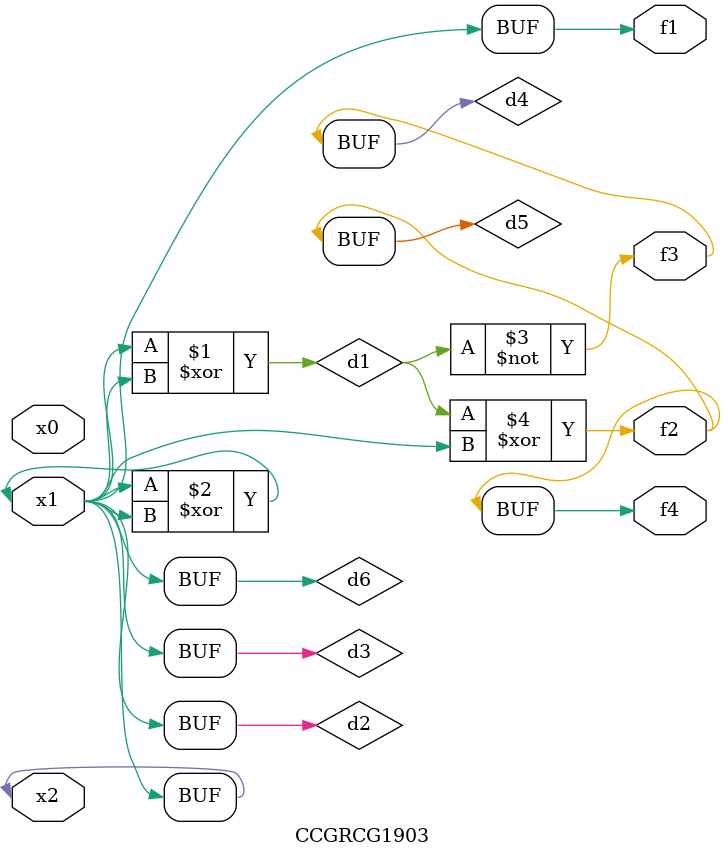
<source format=v>
module CCGRCG1903(
	input x0, x1, x2,
	output f1, f2, f3, f4
);

	wire d1, d2, d3, d4, d5, d6;

	xor (d1, x1, x2);
	buf (d2, x1, x2);
	xor (d3, x1, x2);
	nor (d4, d1);
	xor (d5, d1, d2);
	buf (d6, d2, d3);
	assign f1 = d6;
	assign f2 = d5;
	assign f3 = d4;
	assign f4 = d5;
endmodule

</source>
